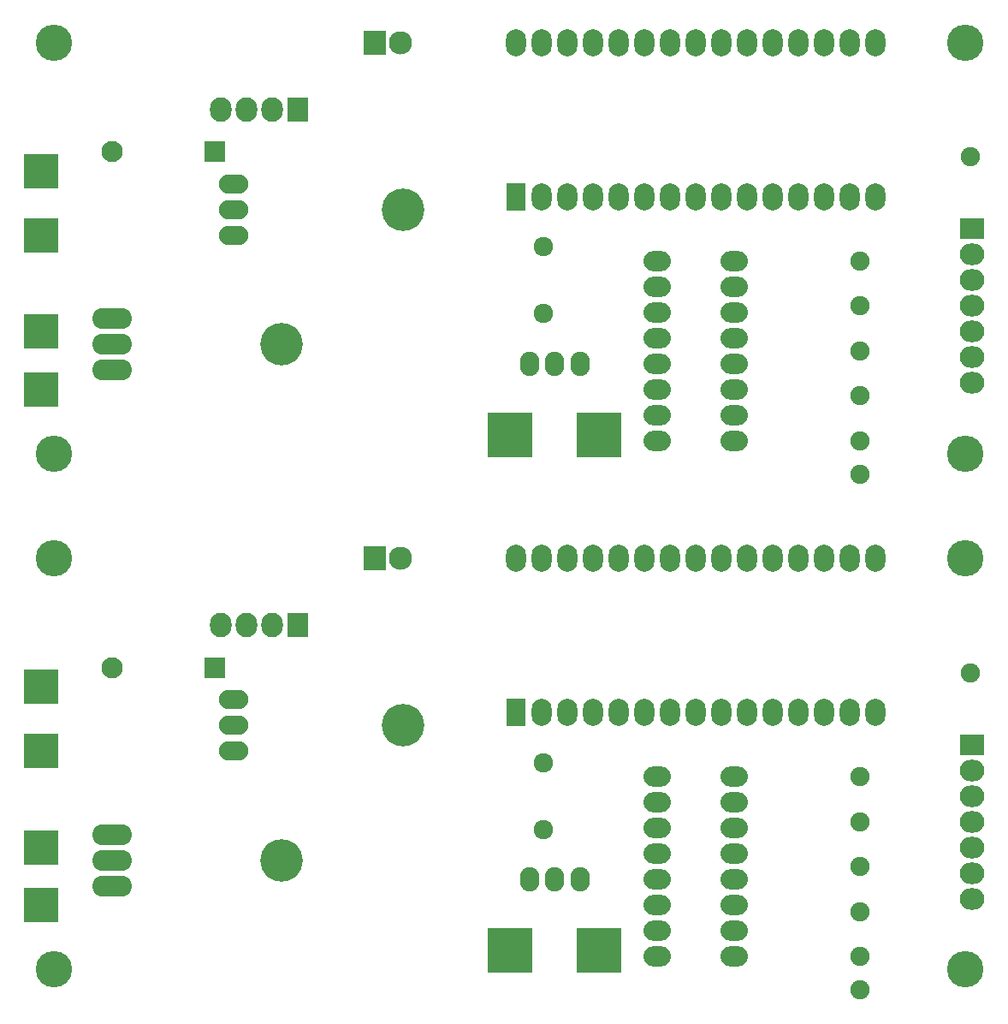
<source format=gbr>
G04 #@! TF.FileFunction,Soldermask,Bot*
%FSLAX46Y46*%
G04 Gerber Fmt 4.6, Leading zero omitted, Abs format (unit mm)*
G04 Created by KiCad (PCBNEW 4.0.4-stable) date 11/17/16 13:37:46*
%MOMM*%
%LPD*%
G01*
G04 APERTURE LIST*
%ADD10C,0.100000*%
%ADD11C,1.900000*%
%ADD12C,3.600000*%
%ADD13R,3.400000X3.400000*%
%ADD14C,1.924000*%
%ADD15O,2.700000X2.000000*%
%ADD16R,1.974800X2.686000*%
%ADD17O,1.974800X2.686000*%
%ADD18O,2.899360X1.901140*%
%ADD19C,4.199840*%
%ADD20O,1.924000X2.400000*%
%ADD21R,4.400000X4.400000*%
%ADD22O,3.900120X2.099260*%
%ADD23R,2.432000X2.127200*%
%ADD24O,2.432000X2.127200*%
%ADD25R,2.127200X2.432000*%
%ADD26O,2.127200X2.432000*%
%ADD27R,2.300000X2.400000*%
%ADD28C,2.300000*%
%ADD29C,2.099260*%
%ADD30R,2.099260X2.099260*%
G04 APERTURE END LIST*
D10*
D11*
X95123000Y84147000D03*
X84201000Y56080000D03*
X84201000Y60525000D03*
X84201000Y64970000D03*
X84201000Y69415000D03*
X84201000Y73860000D03*
X84201000Y52778000D03*
D12*
X4445000Y95450000D03*
D13*
X3175000Y61160000D03*
X3175000Y66875000D03*
X3175000Y82750000D03*
X3175000Y76400000D03*
D14*
X52832000Y75255000D03*
X52832000Y68655000D03*
D15*
X64135000Y73860000D03*
X64135000Y71320000D03*
X64135000Y68780000D03*
X64135000Y66240000D03*
X64135000Y63700000D03*
X64135000Y61160000D03*
X64135000Y58620000D03*
X64135000Y56080000D03*
X71755000Y56080000D03*
X71755000Y58620000D03*
X71755000Y61160000D03*
X71755000Y63700000D03*
X71755000Y66240000D03*
X71755000Y68780000D03*
X71755000Y71320000D03*
X71755000Y73860000D03*
D16*
X50165000Y80210000D03*
D17*
X52705000Y80210000D03*
X55245000Y80210000D03*
X57785000Y80210000D03*
X60325000Y80210000D03*
X62865000Y80210000D03*
X65405000Y80210000D03*
X67945000Y80210000D03*
X70485000Y80210000D03*
X73025000Y80210000D03*
X75565000Y80210000D03*
X78105000Y80210000D03*
X80645000Y80210000D03*
X83185000Y80210000D03*
X85725000Y80210000D03*
X85725000Y95450000D03*
X83185000Y95450000D03*
X80645000Y95450000D03*
X78105000Y95450000D03*
X75565000Y95450000D03*
X73025000Y95450000D03*
X70485000Y95450000D03*
X67945000Y95450000D03*
X65405000Y95450000D03*
X62865000Y95450000D03*
X60325000Y95450000D03*
X57785000Y95450000D03*
X55245000Y95450000D03*
X52705000Y95450000D03*
X50165000Y95450000D03*
D18*
X22225000Y78940000D03*
X22225000Y81480000D03*
X22225000Y76400000D03*
D19*
X38989000Y78940000D03*
D20*
X56475000Y63700000D03*
X53975000Y63700000D03*
X51475000Y63700000D03*
D21*
X49575000Y56700000D03*
X58375000Y56700000D03*
D22*
X10160000Y65605000D03*
X10160000Y68145000D03*
X10160000Y63065000D03*
D19*
X26924000Y65605000D03*
D23*
X95250000Y77035000D03*
D24*
X95250000Y74495000D03*
X95250000Y71955000D03*
X95250000Y69415000D03*
X95250000Y66875000D03*
X95250000Y64335000D03*
X95250000Y61795000D03*
D25*
X28575000Y88846000D03*
D26*
X26035000Y88846000D03*
X23495000Y88846000D03*
X20955000Y88846000D03*
D27*
X36195000Y95450000D03*
D28*
X38735000Y95450000D03*
D29*
X10159480Y84652460D03*
D30*
X20319480Y84652460D03*
D12*
X94615000Y95450000D03*
X4445000Y54810000D03*
X94615000Y54810000D03*
X94615000Y3810000D03*
X4445000Y3810000D03*
X94615000Y44450000D03*
D29*
X10159480Y33652460D03*
D30*
X20319480Y33652460D03*
D27*
X36195000Y44450000D03*
D28*
X38735000Y44450000D03*
D25*
X28575000Y37846000D03*
D26*
X26035000Y37846000D03*
X23495000Y37846000D03*
X20955000Y37846000D03*
D23*
X95250000Y26035000D03*
D24*
X95250000Y23495000D03*
X95250000Y20955000D03*
X95250000Y18415000D03*
X95250000Y15875000D03*
X95250000Y13335000D03*
X95250000Y10795000D03*
D22*
X10160000Y14605000D03*
X10160000Y17145000D03*
X10160000Y12065000D03*
D19*
X26924000Y14605000D03*
D20*
X56475000Y12700000D03*
X53975000Y12700000D03*
X51475000Y12700000D03*
D21*
X49575000Y5700000D03*
X58375000Y5700000D03*
D18*
X22225000Y27940000D03*
X22225000Y30480000D03*
X22225000Y25400000D03*
D19*
X38989000Y27940000D03*
D16*
X50165000Y29210000D03*
D17*
X52705000Y29210000D03*
X55245000Y29210000D03*
X57785000Y29210000D03*
X60325000Y29210000D03*
X62865000Y29210000D03*
X65405000Y29210000D03*
X67945000Y29210000D03*
X70485000Y29210000D03*
X73025000Y29210000D03*
X75565000Y29210000D03*
X78105000Y29210000D03*
X80645000Y29210000D03*
X83185000Y29210000D03*
X85725000Y29210000D03*
X85725000Y44450000D03*
X83185000Y44450000D03*
X80645000Y44450000D03*
X78105000Y44450000D03*
X75565000Y44450000D03*
X73025000Y44450000D03*
X70485000Y44450000D03*
X67945000Y44450000D03*
X65405000Y44450000D03*
X62865000Y44450000D03*
X60325000Y44450000D03*
X57785000Y44450000D03*
X55245000Y44450000D03*
X52705000Y44450000D03*
X50165000Y44450000D03*
D15*
X64135000Y22860000D03*
X64135000Y20320000D03*
X64135000Y17780000D03*
X64135000Y15240000D03*
X64135000Y12700000D03*
X64135000Y10160000D03*
X64135000Y7620000D03*
X64135000Y5080000D03*
X71755000Y5080000D03*
X71755000Y7620000D03*
X71755000Y10160000D03*
X71755000Y12700000D03*
X71755000Y15240000D03*
X71755000Y17780000D03*
X71755000Y20320000D03*
X71755000Y22860000D03*
D14*
X52832000Y24255000D03*
X52832000Y17655000D03*
D13*
X3175000Y25400000D03*
X3175000Y31750000D03*
X3175000Y15875000D03*
X3175000Y10160000D03*
D12*
X4445000Y44450000D03*
D11*
X84201000Y1778000D03*
X84201000Y22860000D03*
X84201000Y18415000D03*
X84201000Y13970000D03*
X84201000Y9525000D03*
X84201000Y5080000D03*
X95123000Y33147000D03*
M02*

</source>
